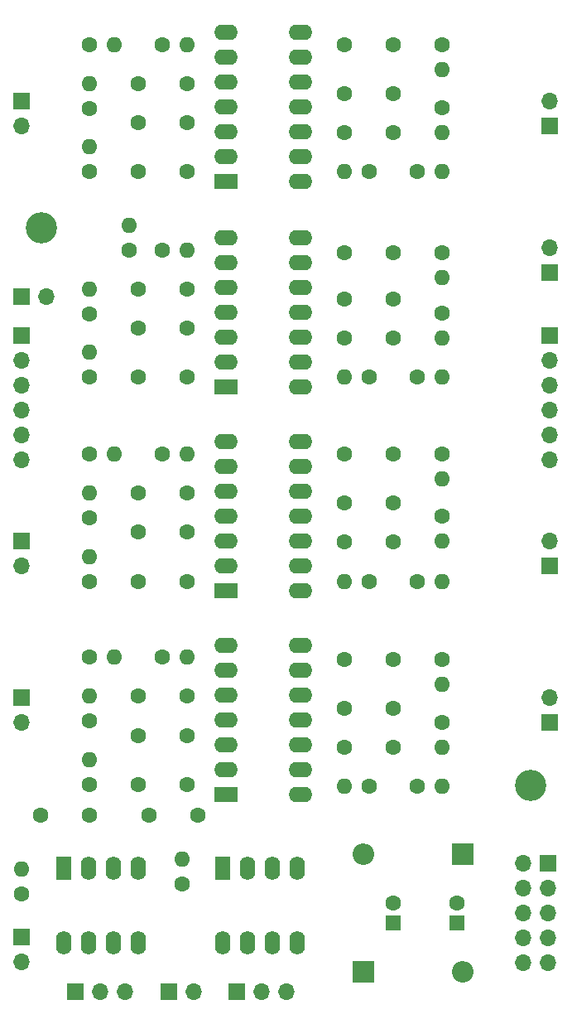
<source format=gbs>
G04 #@! TF.GenerationSoftware,KiCad,Pcbnew,(6.0.4)*
G04 #@! TF.CreationDate,2023-11-12T14:03:14+01:00*
G04 #@! TF.ProjectId,Mixer_BACK,4d697865-725f-4424-9143-4b2e6b696361,rev?*
G04 #@! TF.SameCoordinates,Original*
G04 #@! TF.FileFunction,Soldermask,Bot*
G04 #@! TF.FilePolarity,Negative*
%FSLAX46Y46*%
G04 Gerber Fmt 4.6, Leading zero omitted, Abs format (unit mm)*
G04 Created by KiCad (PCBNEW (6.0.4)) date 2023-11-12 14:03:14*
%MOMM*%
%LPD*%
G01*
G04 APERTURE LIST*
%ADD10R,1.700000X1.700000*%
%ADD11O,1.700000X1.700000*%
%ADD12C,3.200000*%
%ADD13C,1.600000*%
%ADD14O,1.600000X1.600000*%
%ADD15R,1.600000X2.400000*%
%ADD16O,1.600000X2.400000*%
%ADD17R,2.400000X1.600000*%
%ADD18O,2.400000X1.600000*%
%ADD19R,2.200000X2.200000*%
%ADD20O,2.200000X2.200000*%
%ADD21R,1.600000X1.600000*%
G04 APERTURE END LIST*
D10*
X87000000Y-79000000D03*
D11*
X87000000Y-81540000D03*
X87000000Y-84080000D03*
X87000000Y-86620000D03*
X87000000Y-89160000D03*
X87000000Y-91700000D03*
D10*
X87000000Y-75000000D03*
D11*
X89540000Y-75000000D03*
D10*
X102000000Y-146010000D03*
D11*
X104540000Y-146010000D03*
D10*
X141000000Y-72540000D03*
D11*
X141000000Y-70000000D03*
D10*
X87000000Y-55010000D03*
D11*
X87000000Y-57550000D03*
D10*
X109000000Y-146010000D03*
D11*
X111540000Y-146010000D03*
X114080000Y-146010000D03*
D10*
X141000000Y-102550000D03*
D11*
X141000000Y-100010000D03*
D10*
X92475000Y-146010000D03*
D11*
X95015000Y-146010000D03*
X97555000Y-146010000D03*
D10*
X87000000Y-116010000D03*
D11*
X87000000Y-118550000D03*
D10*
X87000000Y-100010000D03*
D11*
X87000000Y-102550000D03*
D10*
X141000000Y-118550000D03*
D11*
X141000000Y-116010000D03*
D12*
X139000000Y-125000000D03*
D10*
X141000000Y-57540000D03*
D11*
X141000000Y-55000000D03*
D12*
X89000000Y-68000000D03*
D10*
X87000000Y-140470000D03*
D11*
X87000000Y-143010000D03*
D10*
X141000000Y-79000000D03*
D11*
X141000000Y-81540000D03*
X141000000Y-84080000D03*
X141000000Y-86620000D03*
X141000000Y-89160000D03*
X141000000Y-91700000D03*
D13*
X87000000Y-136057500D03*
D14*
X87000000Y-133517500D03*
D13*
X130000000Y-112070000D03*
D14*
X130000000Y-114610000D03*
D13*
X127460000Y-62250000D03*
D14*
X130000000Y-62250000D03*
D13*
X127460000Y-104100000D03*
D14*
X130000000Y-104100000D03*
D13*
X122540000Y-125070000D03*
D14*
X120000000Y-125070000D03*
D13*
X125000000Y-79250000D03*
X120000000Y-79250000D03*
X103350000Y-135010000D03*
D14*
X103350000Y-132470000D03*
D13*
X127460000Y-125070000D03*
D14*
X130000000Y-125070000D03*
D13*
X122540000Y-104100000D03*
D14*
X120000000Y-104100000D03*
D15*
X107550000Y-133437500D03*
D16*
X110090000Y-133437500D03*
X112630000Y-133437500D03*
X115170000Y-133437500D03*
X115170000Y-141057500D03*
X112630000Y-141057500D03*
X110090000Y-141057500D03*
X107550000Y-141057500D03*
D17*
X107860000Y-125860000D03*
D18*
X107860000Y-123320000D03*
X107860000Y-120780000D03*
X107860000Y-118240000D03*
X107860000Y-115700000D03*
X107860000Y-113160000D03*
X107860000Y-110620000D03*
X115480000Y-110620000D03*
X115480000Y-113160000D03*
X115480000Y-115700000D03*
X115480000Y-118240000D03*
X115480000Y-120780000D03*
X115480000Y-123320000D03*
X115480000Y-125860000D03*
D13*
X103860000Y-57250000D03*
X98860000Y-57250000D03*
X98860000Y-124860000D03*
X103860000Y-124860000D03*
X130000000Y-49250000D03*
D14*
X130000000Y-51790000D03*
D13*
X93860000Y-104100000D03*
D14*
X93860000Y-101560000D03*
D13*
X105000000Y-128000000D03*
X100000000Y-128000000D03*
D17*
X107860000Y-84250000D03*
D18*
X107860000Y-81710000D03*
X107860000Y-79170000D03*
X107860000Y-76630000D03*
X107860000Y-74090000D03*
X107860000Y-71550000D03*
X107860000Y-69010000D03*
X115480000Y-69010000D03*
X115480000Y-71550000D03*
X115480000Y-74090000D03*
X115480000Y-76630000D03*
X115480000Y-79170000D03*
X115480000Y-81710000D03*
X115480000Y-84250000D03*
D13*
X93860000Y-118400000D03*
D14*
X93860000Y-115860000D03*
D13*
X93895000Y-128000000D03*
X88895000Y-128000000D03*
X98860000Y-115860000D03*
X103860000Y-115860000D03*
D17*
X107860000Y-105100000D03*
D18*
X107860000Y-102560000D03*
X107860000Y-100020000D03*
X107860000Y-97480000D03*
X107860000Y-94940000D03*
X107860000Y-92400000D03*
X107860000Y-89860000D03*
X115480000Y-89860000D03*
X115480000Y-92400000D03*
X115480000Y-94940000D03*
X115480000Y-97480000D03*
X115480000Y-100020000D03*
X115480000Y-102560000D03*
X115480000Y-105100000D03*
D13*
X93860000Y-62250000D03*
D14*
X93860000Y-59710000D03*
D13*
X93860000Y-76790000D03*
D14*
X93860000Y-74250000D03*
D13*
X93860000Y-124860000D03*
D14*
X93860000Y-122320000D03*
D13*
X93860000Y-49250000D03*
D14*
X96400000Y-49250000D03*
D13*
X98860000Y-95100000D03*
X103860000Y-95100000D03*
X98860000Y-53250000D03*
X103860000Y-53250000D03*
X120000000Y-96100000D03*
X125000000Y-96100000D03*
D19*
X132080000Y-132000000D03*
D20*
X121920000Y-132000000D03*
D13*
X130000000Y-76710000D03*
D14*
X130000000Y-79250000D03*
D15*
X91275000Y-133437500D03*
D16*
X93815000Y-133437500D03*
X96355000Y-133437500D03*
X98895000Y-133437500D03*
X98895000Y-141057500D03*
X96355000Y-141057500D03*
X93815000Y-141057500D03*
X91275000Y-141057500D03*
D13*
X120000000Y-70500000D03*
X125000000Y-70500000D03*
X120000000Y-117070000D03*
X125000000Y-117070000D03*
X101320000Y-91100000D03*
D14*
X103860000Y-91100000D03*
D13*
X120000000Y-91100000D03*
X125000000Y-91100000D03*
X93860000Y-83250000D03*
D14*
X93860000Y-80710000D03*
D13*
X98860000Y-104100000D03*
X103860000Y-104100000D03*
D17*
X107860000Y-63250000D03*
D18*
X107860000Y-60710000D03*
X107860000Y-58170000D03*
X107860000Y-55630000D03*
X107860000Y-53090000D03*
X107860000Y-50550000D03*
X107860000Y-48010000D03*
X115480000Y-48010000D03*
X115480000Y-50550000D03*
X115480000Y-53090000D03*
X115480000Y-55630000D03*
X115480000Y-58170000D03*
X115480000Y-60710000D03*
X115480000Y-63250000D03*
D21*
X125000000Y-139010000D03*
D13*
X125000000Y-137010000D03*
X130000000Y-55710000D03*
D14*
X130000000Y-58250000D03*
D13*
X125000000Y-100100000D03*
X120000000Y-100100000D03*
X93860000Y-55790000D03*
D14*
X93860000Y-53250000D03*
D13*
X101320000Y-49250000D03*
D14*
X103860000Y-49250000D03*
D13*
X125000000Y-121070000D03*
X120000000Y-121070000D03*
X127460000Y-83250000D03*
D14*
X130000000Y-83250000D03*
D13*
X103860000Y-119860000D03*
X98860000Y-119860000D03*
X130000000Y-70500000D03*
D14*
X130000000Y-73040000D03*
D13*
X120000000Y-75250000D03*
X125000000Y-75250000D03*
X98860000Y-83250000D03*
X103860000Y-83250000D03*
X93860000Y-97640000D03*
D14*
X93860000Y-95100000D03*
D13*
X120000000Y-49250000D03*
X125000000Y-49250000D03*
X101320000Y-70250000D03*
D14*
X103860000Y-70250000D03*
D13*
X103860000Y-78250000D03*
X98860000Y-78250000D03*
D10*
X140817500Y-132935000D03*
D11*
X138277500Y-132935000D03*
X140817500Y-135475000D03*
X138277500Y-135475000D03*
X140817500Y-138015000D03*
X138277500Y-138015000D03*
X140817500Y-140555000D03*
X138277500Y-140555000D03*
X140817500Y-143095000D03*
X138277500Y-143095000D03*
D13*
X125000000Y-58250000D03*
X120000000Y-58250000D03*
X98860000Y-62250000D03*
X103860000Y-62250000D03*
X130000000Y-118530000D03*
D14*
X130000000Y-121070000D03*
D13*
X101320000Y-111860000D03*
D14*
X103860000Y-111860000D03*
D13*
X98860000Y-74250000D03*
X103860000Y-74250000D03*
X93860000Y-111860000D03*
D14*
X96400000Y-111860000D03*
D13*
X122540000Y-83250000D03*
D14*
X120000000Y-83250000D03*
D13*
X122540000Y-62250000D03*
D14*
X120000000Y-62250000D03*
D21*
X131462500Y-139010000D03*
D13*
X131462500Y-137010000D03*
X98000000Y-70250000D03*
D14*
X98000000Y-67710000D03*
D13*
X120000000Y-54250000D03*
X125000000Y-54250000D03*
D19*
X121920000Y-144010000D03*
D20*
X132080000Y-144010000D03*
D13*
X103860000Y-99100000D03*
X98860000Y-99100000D03*
X120000000Y-112070000D03*
X125000000Y-112070000D03*
X93860000Y-91100000D03*
D14*
X96400000Y-91100000D03*
D13*
X130000000Y-97475000D03*
D14*
X130000000Y-100015000D03*
D13*
X130000000Y-91100000D03*
D14*
X130000000Y-93640000D03*
M02*

</source>
